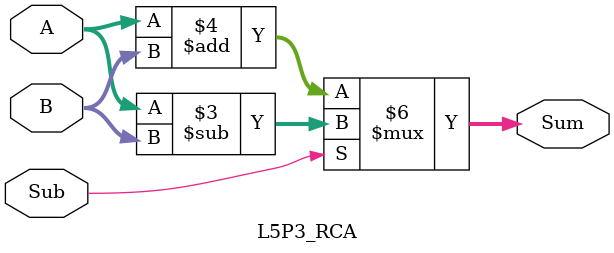
<source format=sv>
`timescale 1ns / 1ps


module L5P3_RCA(
    input logic [3:0] A,
    input logic [3:0] B,
    input logic Sub,
    output logic [4:0] Sum
    );
    
    always_comb
    begin
        if(Sub == 1)
            Sum = A - B;
        else
            Sum = A + B;
    end
endmodule

</source>
